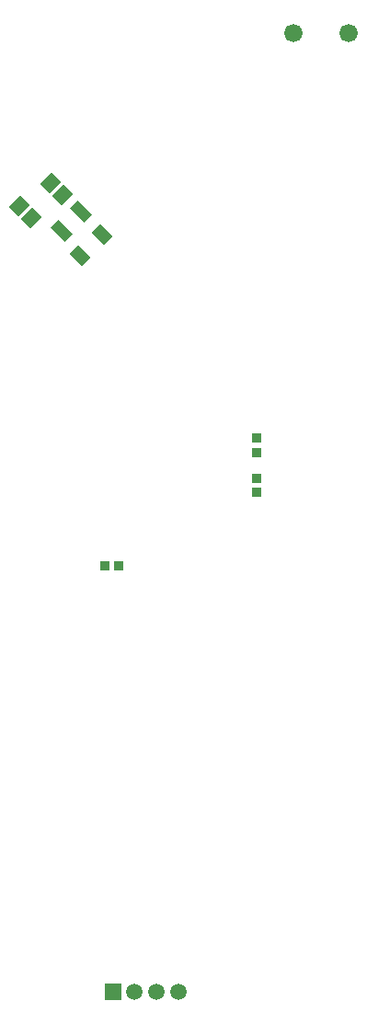
<source format=gbr>
%TF.GenerationSoftware,Altium Limited,Altium Designer,20.2.8 (258)*%
G04 Layer_Color=255*
%FSLAX26Y26*%
%MOIN*%
%TF.SameCoordinates,C5A62E15-709C-4439-AAC4-A247E21399B6*%
%TF.FilePolarity,Positive*%
%TF.FileFunction,Pads,Bot*%
%TF.Part,Single*%
G01*
G75*
%TA.AperFunction,ComponentPad*%
%ADD44C,0.059055*%
%ADD45R,0.059055X0.059055*%
%ADD46C,0.066142*%
%TA.AperFunction,SMDPad,CuDef*%
G04:AMPARAMS|DCode=54|XSize=57.087mil|YSize=51.181mil|CornerRadius=0mil|HoleSize=0mil|Usage=FLASHONLY|Rotation=225.000|XOffset=0mil|YOffset=0mil|HoleType=Round|Shape=Rectangle|*
%AMROTATEDRECTD54*
4,1,4,0.002088,0.038278,0.038278,0.002088,-0.002088,-0.038278,-0.038278,-0.002088,0.002088,0.038278,0.0*
%
%ADD54ROTATEDRECTD54*%

G04:AMPARAMS|DCode=55|XSize=64.961mil|YSize=43.307mil|CornerRadius=0mil|HoleSize=0mil|Usage=FLASHONLY|Rotation=315.000|XOffset=0mil|YOffset=0mil|HoleType=Round|Shape=Rectangle|*
%AMROTATEDRECTD55*
4,1,4,-0.038278,0.007656,-0.007656,0.038278,0.038278,-0.007656,0.007656,-0.038278,-0.038278,0.007656,0.0*
%
%ADD55ROTATEDRECTD55*%

G04:AMPARAMS|DCode=56|XSize=39.37mil|YSize=70.866mil|CornerRadius=0mil|HoleSize=0mil|Usage=FLASHONLY|Rotation=225.000|XOffset=0mil|YOffset=0mil|HoleType=Round|Shape=Rectangle|*
%AMROTATEDRECTD56*
4,1,4,-0.011136,0.038974,0.038974,-0.011136,0.011136,-0.038974,-0.038974,0.011136,-0.011136,0.038974,0.0*
%
%ADD56ROTATEDRECTD56*%

%ADD57R,0.035433X0.033465*%
%ADD58R,0.033465X0.035433*%
D44*
X2091870Y1221653D02*
D03*
X2013130D02*
D03*
X2170610D02*
D03*
D45*
X1934390D02*
D03*
D46*
X2590000Y4693740D02*
D03*
X2790000D02*
D03*
D54*
X1708553Y4150309D02*
D03*
X1753095Y4105767D02*
D03*
X1595430Y4067271D02*
D03*
X1639972Y4022729D02*
D03*
D55*
X1895000Y3965015D02*
D03*
X1815659Y3885674D02*
D03*
D56*
X1750201Y3975940D02*
D03*
X1819799Y4045537D02*
D03*
D57*
X2455000Y3225591D02*
D03*
Y3174410D02*
D03*
X2455000Y3029409D02*
D03*
Y3080590D02*
D03*
D58*
X1904409Y2765000D02*
D03*
X1955591D02*
D03*
%TF.MD5,b61d5b2d810da70103844ab670f2bee4*%
M02*

</source>
